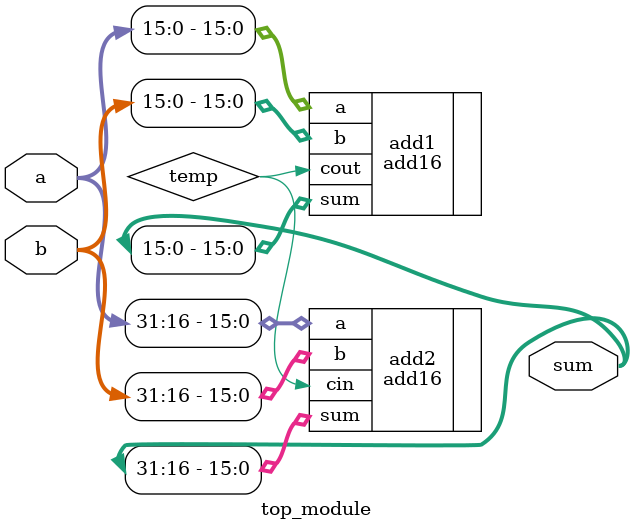
<source format=v>
module top_module(
    input [31:0] a,
    input [31:0] b,
    output [31:0] sum
);
    wire temp;
    add16 add1(.a(a[15:0]), .b(b[15:0]), .sum(sum[15:0]), .cout(temp));
    add16 add2(.a(a[31:16]), .b(b[31:16]), .sum(sum[31:16]), .cin(temp));
endmodule

</source>
